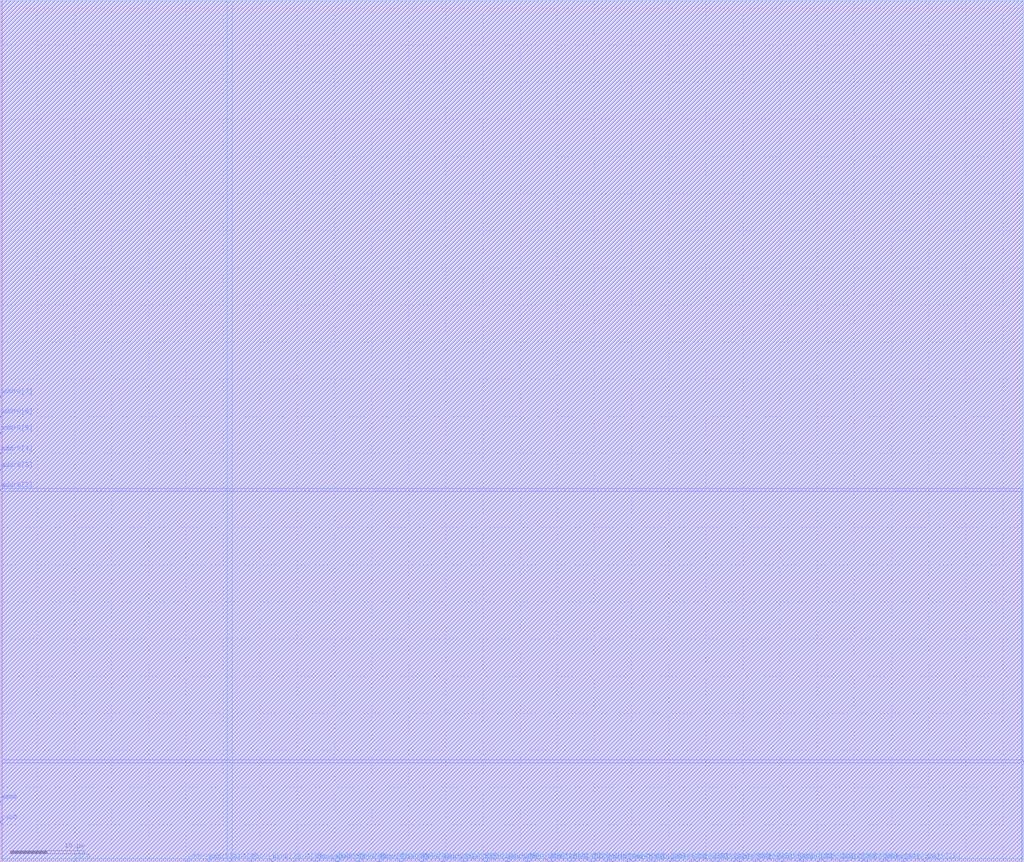
<source format=lef>
VERSION 5.4 ;
NAMESCASESENSITIVE ON ;
BUSBITCHARS "[]" ;
DIVIDERCHAR "/" ;
UNITS
  DATABASE MICRONS 2000 ;
END UNITS
MACRO sram_1rw0r0w_32_256_freepdk45
   CLASS BLOCK ;
   SIZE 137.83 BY 116.115 ;
   SYMMETRY X Y R90 ;
   PIN din0[0]
      DIRECTION INPUT ;
      PORT
         LAYER metal4 ;
         RECT  30.8425 0.0 30.9825 0.14 ;
      END
   END din0[0]
   PIN din0[1]
      DIRECTION INPUT ;
      PORT
         LAYER metal4 ;
         RECT  33.7025 0.0 33.8425 0.14 ;
      END
   END din0[1]
   PIN din0[2]
      DIRECTION INPUT ;
      PORT
         LAYER metal4 ;
         RECT  36.5625 0.0 36.7025 0.14 ;
      END
   END din0[2]
   PIN din0[3]
      DIRECTION INPUT ;
      PORT
         LAYER metal4 ;
         RECT  39.4225 0.0 39.5625 0.14 ;
      END
   END din0[3]
   PIN din0[4]
      DIRECTION INPUT ;
      PORT
         LAYER metal4 ;
         RECT  42.2825 0.0 42.4225 0.14 ;
      END
   END din0[4]
   PIN din0[5]
      DIRECTION INPUT ;
      PORT
         LAYER metal4 ;
         RECT  45.1425 0.0 45.2825 0.14 ;
      END
   END din0[5]
   PIN din0[6]
      DIRECTION INPUT ;
      PORT
         LAYER metal4 ;
         RECT  48.0025 0.0 48.1425 0.14 ;
      END
   END din0[6]
   PIN din0[7]
      DIRECTION INPUT ;
      PORT
         LAYER metal4 ;
         RECT  50.8625 0.0 51.0025 0.14 ;
      END
   END din0[7]
   PIN din0[8]
      DIRECTION INPUT ;
      PORT
         LAYER metal4 ;
         RECT  53.7225 0.0 53.8625 0.14 ;
      END
   END din0[8]
   PIN din0[9]
      DIRECTION INPUT ;
      PORT
         LAYER metal4 ;
         RECT  56.5825 0.0 56.7225 0.14 ;
      END
   END din0[9]
   PIN din0[10]
      DIRECTION INPUT ;
      PORT
         LAYER metal4 ;
         RECT  59.4425 0.0 59.5825 0.14 ;
      END
   END din0[10]
   PIN din0[11]
      DIRECTION INPUT ;
      PORT
         LAYER metal4 ;
         RECT  62.3025 0.0 62.4425 0.14 ;
      END
   END din0[11]
   PIN din0[12]
      DIRECTION INPUT ;
      PORT
         LAYER metal4 ;
         RECT  65.1625 0.0 65.3025 0.14 ;
      END
   END din0[12]
   PIN din0[13]
      DIRECTION INPUT ;
      PORT
         LAYER metal4 ;
         RECT  68.0225 0.0 68.1625 0.14 ;
      END
   END din0[13]
   PIN din0[14]
      DIRECTION INPUT ;
      PORT
         LAYER metal4 ;
         RECT  70.8825 0.0 71.0225 0.14 ;
      END
   END din0[14]
   PIN din0[15]
      DIRECTION INPUT ;
      PORT
         LAYER metal4 ;
         RECT  73.7425 0.0 73.8825 0.14 ;
      END
   END din0[15]
   PIN din0[16]
      DIRECTION INPUT ;
      PORT
         LAYER metal4 ;
         RECT  76.6025 0.0 76.7425 0.14 ;
      END
   END din0[16]
   PIN din0[17]
      DIRECTION INPUT ;
      PORT
         LAYER metal4 ;
         RECT  79.4625 0.0 79.6025 0.14 ;
      END
   END din0[17]
   PIN din0[18]
      DIRECTION INPUT ;
      PORT
         LAYER metal4 ;
         RECT  82.3225 0.0 82.4625 0.14 ;
      END
   END din0[18]
   PIN din0[19]
      DIRECTION INPUT ;
      PORT
         LAYER metal4 ;
         RECT  85.1825 0.0 85.3225 0.14 ;
      END
   END din0[19]
   PIN din0[20]
      DIRECTION INPUT ;
      PORT
         LAYER metal4 ;
         RECT  88.0425 0.0 88.1825 0.14 ;
      END
   END din0[20]
   PIN din0[21]
      DIRECTION INPUT ;
      PORT
         LAYER metal4 ;
         RECT  90.9025 0.0 91.0425 0.14 ;
      END
   END din0[21]
   PIN din0[22]
      DIRECTION INPUT ;
      PORT
         LAYER metal4 ;
         RECT  93.7625 0.0 93.9025 0.14 ;
      END
   END din0[22]
   PIN din0[23]
      DIRECTION INPUT ;
      PORT
         LAYER metal4 ;
         RECT  96.6225 0.0 96.7625 0.14 ;
      END
   END din0[23]
   PIN din0[24]
      DIRECTION INPUT ;
      PORT
         LAYER metal4 ;
         RECT  99.4825 0.0 99.6225 0.14 ;
      END
   END din0[24]
   PIN din0[25]
      DIRECTION INPUT ;
      PORT
         LAYER metal4 ;
         RECT  102.3425 0.0 102.4825 0.14 ;
      END
   END din0[25]
   PIN din0[26]
      DIRECTION INPUT ;
      PORT
         LAYER metal4 ;
         RECT  105.2025 0.0 105.3425 0.14 ;
      END
   END din0[26]
   PIN din0[27]
      DIRECTION INPUT ;
      PORT
         LAYER metal4 ;
         RECT  108.0625 0.0 108.2025 0.14 ;
      END
   END din0[27]
   PIN din0[28]
      DIRECTION INPUT ;
      PORT
         LAYER metal4 ;
         RECT  110.9225 0.0 111.0625 0.14 ;
      END
   END din0[28]
   PIN din0[29]
      DIRECTION INPUT ;
      PORT
         LAYER metal4 ;
         RECT  113.7825 0.0 113.9225 0.14 ;
      END
   END din0[29]
   PIN din0[30]
      DIRECTION INPUT ;
      PORT
         LAYER metal4 ;
         RECT  116.6425 0.0 116.7825 0.14 ;
      END
   END din0[30]
   PIN din0[31]
      DIRECTION INPUT ;
      PORT
         LAYER metal4 ;
         RECT  119.5025 0.0 119.6425 0.14 ;
      END
   END din0[31]
   PIN addr0[0]
      DIRECTION INPUT ;
      PORT
         LAYER metal4 ;
         RECT  25.1225 0.0 25.2625 0.14 ;
      END
   END addr0[0]
   PIN addr0[1]
      DIRECTION INPUT ;
      PORT
         LAYER metal4 ;
         RECT  27.9825 0.0 28.1225 0.14 ;
      END
   END addr0[1]
   PIN addr0[2]
      DIRECTION INPUT ;
      PORT
         LAYER metal3 ;
         RECT  0.0 50.0 0.14 50.14 ;
      END
   END addr0[2]
   PIN addr0[3]
      DIRECTION INPUT ;
      PORT
         LAYER metal3 ;
         RECT  0.0 52.73 0.14 52.87 ;
      END
   END addr0[3]
   PIN addr0[4]
      DIRECTION INPUT ;
      PORT
         LAYER metal3 ;
         RECT  0.0 54.94 0.14 55.08 ;
      END
   END addr0[4]
   PIN addr0[5]
      DIRECTION INPUT ;
      PORT
         LAYER metal3 ;
         RECT  0.0 57.67 0.14 57.81 ;
      END
   END addr0[5]
   PIN addr0[6]
      DIRECTION INPUT ;
      PORT
         LAYER metal3 ;
         RECT  0.0 59.88 0.14 60.02 ;
      END
   END addr0[6]
   PIN addr0[7]
      DIRECTION INPUT ;
      PORT
         LAYER metal3 ;
         RECT  0.0 62.61 0.14 62.75 ;
      END
   END addr0[7]
   PIN csb0
      DIRECTION INPUT ;
      PORT
         LAYER metal3 ;
         RECT  0.0 5.28 0.14 5.42 ;
      END
   END csb0
   PIN web0
      DIRECTION INPUT ;
      PORT
         LAYER metal3 ;
         RECT  0.0 8.01 0.14 8.15 ;
      END
   END web0
   PIN clk0
      DIRECTION INPUT ;
      PORT
         LAYER metal4 ;
         RECT  9.84 0.0 9.98 0.14 ;
      END
   END clk0
   PIN dout0[0]
      DIRECTION OUTPUT ;
      PORT
         LAYER metal4 ;
         RECT  42.6325 0.0 42.7725 0.14 ;
      END
   END dout0[0]
   PIN dout0[1]
      DIRECTION OUTPUT ;
      PORT
         LAYER metal4 ;
         RECT  45.4525 0.0 45.5925 0.14 ;
      END
   END dout0[1]
   PIN dout0[2]
      DIRECTION OUTPUT ;
      PORT
         LAYER metal4 ;
         RECT  48.2875 0.0 48.4275 0.14 ;
      END
   END dout0[2]
   PIN dout0[3]
      DIRECTION OUTPUT ;
      PORT
         LAYER metal4 ;
         RECT  51.165 0.0 51.305 0.14 ;
      END
   END dout0[3]
   PIN dout0[4]
      DIRECTION OUTPUT ;
      PORT
         LAYER metal4 ;
         RECT  54.0075 0.0 54.1475 0.14 ;
      END
   END dout0[4]
   PIN dout0[5]
      DIRECTION OUTPUT ;
      PORT
         LAYER metal4 ;
         RECT  56.8675 0.0 57.0075 0.14 ;
      END
   END dout0[5]
   PIN dout0[6]
      DIRECTION OUTPUT ;
      PORT
         LAYER metal4 ;
         RECT  59.7275 0.0 59.8675 0.14 ;
      END
   END dout0[6]
   PIN dout0[7]
      DIRECTION OUTPUT ;
      PORT
         LAYER metal4 ;
         RECT  62.5875 0.0 62.7275 0.14 ;
      END
   END dout0[7]
   PIN dout0[8]
      DIRECTION OUTPUT ;
      PORT
         LAYER metal4 ;
         RECT  65.4475 0.0 65.5875 0.14 ;
      END
   END dout0[8]
   PIN dout0[9]
      DIRECTION OUTPUT ;
      PORT
         LAYER metal4 ;
         RECT  68.3075 0.0 68.4475 0.14 ;
      END
   END dout0[9]
   PIN dout0[10]
      DIRECTION OUTPUT ;
      PORT
         LAYER metal4 ;
         RECT  71.1675 0.0 71.3075 0.14 ;
      END
   END dout0[10]
   PIN dout0[11]
      DIRECTION OUTPUT ;
      PORT
         LAYER metal4 ;
         RECT  74.225 0.0 74.365 0.14 ;
      END
   END dout0[11]
   PIN dout0[12]
      DIRECTION OUTPUT ;
      PORT
         LAYER metal4 ;
         RECT  77.045 0.0 77.185 0.14 ;
      END
   END dout0[12]
   PIN dout0[13]
      DIRECTION OUTPUT ;
      PORT
         LAYER metal4 ;
         RECT  79.865 0.0 80.005 0.14 ;
      END
   END dout0[13]
   PIN dout0[14]
      DIRECTION OUTPUT ;
      PORT
         LAYER metal4 ;
         RECT  81.565 0.0 81.705 0.14 ;
      END
   END dout0[14]
   PIN dout0[15]
      DIRECTION OUTPUT ;
      PORT
         LAYER metal4 ;
         RECT  84.425 0.0 84.565 0.14 ;
      END
   END dout0[15]
   PIN dout0[16]
      DIRECTION OUTPUT ;
      PORT
         LAYER metal4 ;
         RECT  87.285 0.0 87.425 0.14 ;
      END
   END dout0[16]
   PIN dout0[17]
      DIRECTION OUTPUT ;
      PORT
         LAYER metal4 ;
         RECT  90.145 0.0 90.285 0.14 ;
      END
   END dout0[17]
   PIN dout0[18]
      DIRECTION OUTPUT ;
      PORT
         LAYER metal4 ;
         RECT  93.005 0.0 93.145 0.14 ;
      END
   END dout0[18]
   PIN dout0[19]
      DIRECTION OUTPUT ;
      PORT
         LAYER metal4 ;
         RECT  95.865 0.0 96.005 0.14 ;
      END
   END dout0[19]
   PIN dout0[20]
      DIRECTION OUTPUT ;
      PORT
         LAYER metal4 ;
         RECT  98.725 0.0 98.865 0.14 ;
      END
   END dout0[20]
   PIN dout0[21]
      DIRECTION OUTPUT ;
      PORT
         LAYER metal4 ;
         RECT  101.585 0.0 101.725 0.14 ;
      END
   END dout0[21]
   PIN dout0[22]
      DIRECTION OUTPUT ;
      PORT
         LAYER metal4 ;
         RECT  104.4375 0.0 104.5775 0.14 ;
      END
   END dout0[22]
   PIN dout0[23]
      DIRECTION OUTPUT ;
      PORT
         LAYER metal4 ;
         RECT  107.2575 0.0 107.3975 0.14 ;
      END
   END dout0[23]
   PIN dout0[24]
      DIRECTION OUTPUT ;
      PORT
         LAYER metal4 ;
         RECT  110.0775 0.0 110.2175 0.14 ;
      END
   END dout0[24]
   PIN dout0[25]
      DIRECTION OUTPUT ;
      PORT
         LAYER metal4 ;
         RECT  113.025 0.0 113.165 0.14 ;
      END
   END dout0[25]
   PIN dout0[26]
      DIRECTION OUTPUT ;
      PORT
         LAYER metal4 ;
         RECT  115.885 0.0 116.025 0.14 ;
      END
   END dout0[26]
   PIN dout0[27]
      DIRECTION OUTPUT ;
      PORT
         LAYER metal4 ;
         RECT  118.745 0.0 118.885 0.14 ;
      END
   END dout0[27]
   PIN dout0[28]
      DIRECTION OUTPUT ;
      PORT
         LAYER metal4 ;
         RECT  121.5925 0.0 121.7325 0.14 ;
      END
   END dout0[28]
   PIN dout0[29]
      DIRECTION OUTPUT ;
      PORT
         LAYER metal4 ;
         RECT  124.4125 0.0 124.5525 0.14 ;
      END
   END dout0[29]
   PIN dout0[30]
      DIRECTION OUTPUT ;
      PORT
         LAYER metal3 ;
         RECT  137.69 13.4425 137.83 13.5825 ;
      END
   END dout0[30]
   PIN dout0[31]
      DIRECTION OUTPUT ;
      PORT
         LAYER metal3 ;
         RECT  137.69 13.2075 137.83 13.3475 ;
      END
   END dout0[31]
   PIN vdd
      DIRECTION INOUT ;
      USE POWER ; 
      SHAPE ABUTMENT ; 
      PORT
      END
   END vdd
   PIN gnd
      DIRECTION INOUT ;
      USE GROUND ; 
      SHAPE ABUTMENT ; 
      PORT
      END
   END gnd
   OBS
   LAYER  metal1 ;
      RECT  0.14 0.14 137.69 115.975 ;
   LAYER  metal2 ;
      RECT  0.14 0.14 137.69 115.975 ;
   LAYER  metal3 ;
      RECT  0.28 49.86 137.69 50.28 ;
      RECT  0.28 50.28 137.69 115.975 ;
      RECT  0.14 50.28 0.28 52.59 ;
      RECT  0.14 53.01 0.28 54.8 ;
      RECT  0.14 55.22 0.28 57.53 ;
      RECT  0.14 57.95 0.28 59.74 ;
      RECT  0.14 60.16 0.28 62.47 ;
      RECT  0.14 62.89 0.28 115.975 ;
      RECT  0.14 0.14 0.28 5.14 ;
      RECT  0.14 5.56 0.28 7.87 ;
      RECT  0.14 8.29 0.28 49.86 ;
      RECT  0.28 0.14 137.55 13.3025 ;
      RECT  0.28 13.3025 137.55 13.7225 ;
      RECT  0.28 13.7225 137.55 49.86 ;
      RECT  137.55 13.7225 137.69 49.86 ;
      RECT  137.55 0.14 137.69 13.0675 ;
   LAYER  metal4 ;
      RECT  0.14 0.42 30.5625 115.975 ;
      RECT  30.5625 0.42 31.2625 115.975 ;
      RECT  31.2625 0.42 137.69 115.975 ;
      RECT  31.2625 0.14 33.4225 0.42 ;
      RECT  34.1225 0.14 36.2825 0.42 ;
      RECT  36.9825 0.14 39.1425 0.42 ;
      RECT  39.8425 0.14 42.0025 0.42 ;
      RECT  25.5425 0.14 27.7025 0.42 ;
      RECT  28.4025 0.14 30.5625 0.42 ;
      RECT  0.14 0.14 9.56 0.42 ;
      RECT  10.26 0.14 24.8425 0.42 ;
      RECT  43.0525 0.14 44.8625 0.42 ;
      RECT  45.8725 0.14 47.7225 0.42 ;
      RECT  48.7075 0.14 50.5825 0.42 ;
      RECT  51.585 0.14 53.4425 0.42 ;
      RECT  54.4275 0.14 56.3025 0.42 ;
      RECT  57.2875 0.14 59.1625 0.42 ;
      RECT  60.1475 0.14 62.0225 0.42 ;
      RECT  63.0075 0.14 64.8825 0.42 ;
      RECT  65.8675 0.14 67.7425 0.42 ;
      RECT  68.7275 0.14 70.6025 0.42 ;
      RECT  71.5875 0.14 73.4625 0.42 ;
      RECT  74.645 0.14 76.3225 0.42 ;
      RECT  77.465 0.14 79.1825 0.42 ;
      RECT  80.285 0.14 81.285 0.42 ;
      RECT  81.985 0.14 82.0425 0.42 ;
      RECT  82.7425 0.14 84.145 0.42 ;
      RECT  84.845 0.14 84.9025 0.42 ;
      RECT  85.6025 0.14 87.005 0.42 ;
      RECT  87.705 0.14 87.7625 0.42 ;
      RECT  88.4625 0.14 89.865 0.42 ;
      RECT  90.565 0.14 90.6225 0.42 ;
      RECT  91.3225 0.14 92.725 0.42 ;
      RECT  93.425 0.14 93.4825 0.42 ;
      RECT  94.1825 0.14 95.585 0.42 ;
      RECT  96.285 0.14 96.3425 0.42 ;
      RECT  97.0425 0.14 98.445 0.42 ;
      RECT  99.145 0.14 99.2025 0.42 ;
      RECT  99.9025 0.14 101.305 0.42 ;
      RECT  102.005 0.14 102.0625 0.42 ;
      RECT  102.7625 0.14 104.1575 0.42 ;
      RECT  104.8575 0.14 104.9225 0.42 ;
      RECT  105.6225 0.14 106.9775 0.42 ;
      RECT  107.6775 0.14 107.7825 0.42 ;
      RECT  108.4825 0.14 109.7975 0.42 ;
      RECT  110.4975 0.14 110.6425 0.42 ;
      RECT  111.3425 0.14 112.745 0.42 ;
      RECT  113.445 0.14 113.5025 0.42 ;
      RECT  114.2025 0.14 115.605 0.42 ;
      RECT  116.305 0.14 116.3625 0.42 ;
      RECT  117.0625 0.14 118.465 0.42 ;
      RECT  119.165 0.14 119.2225 0.42 ;
      RECT  119.9225 0.14 121.3125 0.42 ;
      RECT  122.0125 0.14 124.1325 0.42 ;
      RECT  124.8325 0.14 137.69 0.42 ;
   END
END    sram_1rw0r0w_32_256_freepdk45
END    LIBRARY

</source>
